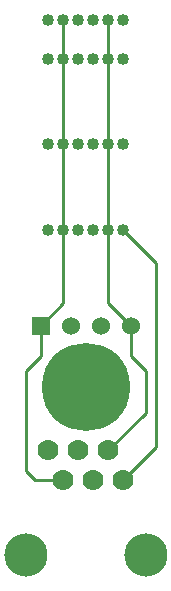
<source format=gbr>
G04 start of page 3 for group 1 idx 1 *
G04 Title: (unknown), solder *
G04 Creator: pcb 20110918 *
G04 CreationDate: Tue 05 Feb 2013 04:01:22 AM GMT UTC *
G04 For: railfan *
G04 Format: Gerber/RS-274X *
G04 PCB-Dimensions: 63000 200000 *
G04 PCB-Coordinate-Origin: lower left *
%MOIN*%
%FSLAX25Y25*%
%LNBOTTOM*%
%ADD35C,0.1280*%
%ADD34C,0.0380*%
%ADD33C,0.1285*%
%ADD32C,0.0350*%
%ADD31C,0.0240*%
%ADD30C,0.1440*%
%ADD29C,0.0600*%
%ADD28C,0.0001*%
%ADD27C,0.2937*%
%ADD26C,0.0700*%
%ADD25C,0.0400*%
%ADD24C,0.0100*%
G54D24*X24000Y95500D02*X16500Y88000D01*
X39000Y95500D02*X46500Y88000D01*
X16500D02*Y78000D01*
X11500Y73000D01*
X46500Y88000D02*Y78000D01*
X11500Y39500D02*X14500Y36500D01*
X24000D01*
X46500Y78000D02*X51500Y73000D01*
X55000Y109000D02*X44000Y120000D01*
X51500Y73000D02*Y59000D01*
X55000Y47500D02*Y109000D01*
X11500Y73000D02*Y39500D01*
X51500Y59000D02*X39000Y46500D01*
X44000Y36500D02*X55000Y47500D01*
X24000Y190000D02*Y95500D01*
X39000Y190000D02*Y95500D01*
G54D25*X24000Y190000D03*
D03*
X29000D03*
D03*
X34000D03*
X19000D03*
X34000D03*
X39000D03*
D03*
X44000D03*
G54D26*X19000Y46500D03*
X24000Y36500D03*
X29000Y46500D03*
X34000Y36500D03*
X39000Y46500D03*
X44000Y36500D03*
G54D27*X31500Y67500D03*
G54D28*G36*
X13500Y91000D02*Y85000D01*
X19500D01*
Y91000D01*
X13500D01*
G37*
G54D29*X26500Y88000D03*
X36500D03*
X46500D03*
G54D30*X11500Y11500D03*
X51500D03*
G54D25*X24000Y120000D03*
X29000D03*
X24000D03*
X29000D03*
X19000D03*
X34000D03*
X39000D03*
X34000D03*
X39000D03*
X44000D03*
X24000Y148500D03*
X29000D03*
X24000D03*
X29000D03*
X19000D03*
X34000D03*
X39000D03*
X34000D03*
X39000D03*
X44000D03*
X34000Y177000D03*
D03*
X39000D03*
D03*
X19000D03*
X24000D03*
X29000D03*
X24000D03*
X29000D03*
X44000D03*
G54D31*G54D32*G54D33*G54D34*G54D35*G54D31*M02*

</source>
